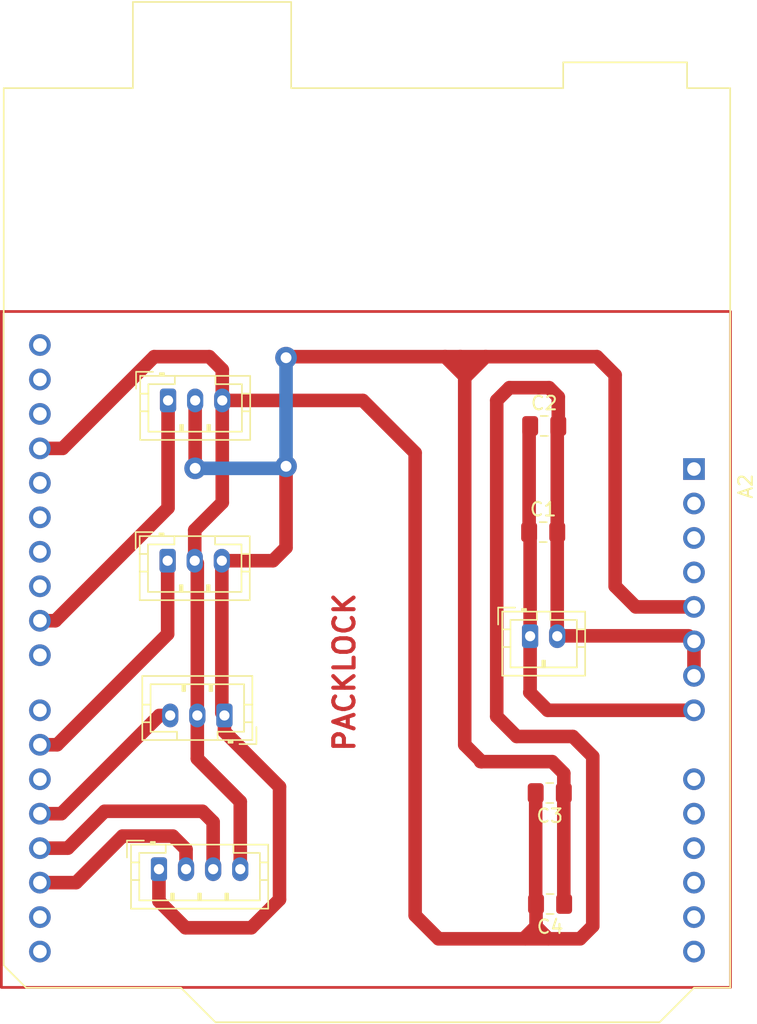
<source format=kicad_pcb>
(kicad_pcb (version 20221018) (generator pcbnew)
  (layers (0 "F.Cu" signal) (31 "B.Cu" signal) (34 "B.Paste" user) (35 "F.Paste" user) (36 "B.SilkS" user "B.Silkscreen") (37 "F.SilkS" user "F.Silkscreen") (38 "B.Mask" user) (39 "F.Mask" user) (44 "Edge.Cuts" user))
  (net 0 "")
  (net 5 "Net-(A2-+5V)")
  (net 6 "Net-(A2-VIN)")
  (net 15 "Net-(A2-D2)")
  (net 16 "Net-(A2-D3)")
  (net 17 "Net-(A2-D4)")
  (net 19 "Net-(A2-D6)")
  (net 22 "Net-(A2-D9)")
  (net 30 "Net-(KonektorHCSR4-Pin_4)")
  (footprint "Module:Arduino_UNO_R3" (layer "F.Cu") (at 185.547 81.915 -90)
    (fp_text reference "A2" (at 1.27 -3.81 90) (layer "F.SilkS"))
    (fp_text value "Arduino_UNO_R3")
    (fp_line (start -34.42 29.72) (end -34.42 41.4) (stroke (width 0.12)) (layer "F.SilkS"))
    (fp_line (start -34.42 41.4) (end -28.07 41.4) (stroke (width 0.12)) (layer "F.SilkS"))
    (fp_line (start -29.97 0.51) (end -29.97 9.65) (stroke (width 0.12)) (layer "F.SilkS"))
    (fp_line (start -29.97 9.65) (end -28.07 9.65) (stroke (width 0.12)) (layer "F.SilkS"))
    (fp_line (start -28.07 -2.67) (end -28.07 0.51) (stroke (width 0.12)) (layer "F.SilkS"))
    (fp_line (start -28.07 0.51) (end -29.97 0.51) (stroke (width 0.12)) (layer "F.SilkS"))
    (fp_line (start -28.07 9.65) (end -28.07 29.72) (stroke (width 0.12)) (layer "F.SilkS"))
    (fp_line (start -28.07 29.72) (end -34.42 29.72) (stroke (width 0.12)) (layer "F.SilkS"))
    (fp_line (start -28.07 41.4) (end -28.07 50.93) (stroke (width 0.12)) (layer "F.SilkS"))
    (fp_line (start -28.07 50.93) (end 36.58 50.93) (stroke (width 0.12)) (layer "F.SilkS"))
    (fp_line (start 36.58 50.93) (end 38.23 49.28) (stroke (width 0.12)) (layer "F.SilkS"))
    (fp_line (start 38.23 -2.67) (end -28.07 -2.67) (stroke (width 0.12)) (layer "F.SilkS"))
    (fp_line (start 38.23 0) (end 38.23 -2.67) (stroke (width 0.12)) (layer "F.SilkS"))
    (fp_line (start 38.23 37.85) (end 40.77 35.31) (stroke (width 0.12)) (layer "F.SilkS"))
    (fp_line (start 38.23 49.28) (end 38.23 37.85) (stroke (width 0.12)) (layer "F.SilkS"))
    (fp_line (start 40.77 2.54) (end 38.23 0) (stroke (width 0.12)) (layer "F.SilkS"))
    (fp_line (start 40.77 35.31) (end 40.77 2.54) (stroke (width 0.12)) (layer "F.SilkS"))
    (pad "1" thru_hole rect (at 0 0) (size 1.6 1.6) (drill 1) (layers "*.Cu" "*.Mask"))
    (pad "2" thru_hole oval (at 2.54 0) (size 1.6 1.6) (drill 1) (layers "*.Cu" "*.Mask"))
    (pad "3" thru_hole oval (at 5.08 0) (size 1.6 1.6) (drill 1) (layers "*.Cu" "*.Mask"))
    (pad "4" thru_hole oval (at 7.62 0) (size 1.6 1.6) (drill 1) (layers "*.Cu" "*.Mask"))
    (pad "5" thru_hole oval (at 10.16 0) (size 1.6 1.6) (drill 1) (layers "*.Cu" "*.Mask") (net 5 "Net-(A2-+5V)"))
    (pad "6" thru_hole oval (at 12.7 0) (size 1.6 1.6) (drill 1) (layers "*.Cu" "*.Mask") (net 30 "Net-(KonektorHCSR4-Pin_4)"))
    (pad "7" thru_hole oval (at 15.24 0) (size 1.6 1.6) (drill 1) (layers "*.Cu" "*.Mask") (net 30 "Net-(KonektorHCSR4-Pin_4)"))
    (pad "8" thru_hole oval (at 17.78 0) (size 1.6 1.6) (drill 1) (layers "*.Cu" "*.Mask") (net 6 "Net-(A2-VIN)"))
    (pad "9" thru_hole oval (at 22.86 0) (size 1.6 1.6) (drill 1) (layers "*.Cu" "*.Mask"))
    (pad "10" thru_hole oval (at 25.4 0) (size 1.6 1.6) (drill 1) (layers "*.Cu" "*.Mask"))
    (pad "11" thru_hole oval (at 27.94 0) (size 1.6 1.6) (drill 1) (layers "*.Cu" "*.Mask"))
    (pad "12" thru_hole oval (at 30.48 0) (size 1.6 1.6) (drill 1) (layers "*.Cu" "*.Mask"))
    (pad "13" thru_hole oval (at 33.02 0) (size 1.6 1.6) (drill 1) (layers "*.Cu" "*.Mask"))
    (pad "14" thru_hole oval (at 35.56 0) (size 1.6 1.6) (drill 1) (layers "*.Cu" "*.Mask"))
    (pad "15" thru_hole oval (at 35.56 48.26) (size 1.6 1.6) (drill 1) (layers "*.Cu" "*.Mask"))
    (pad "16" thru_hole oval (at 33.02 48.26) (size 1.6 1.6) (drill 1) (layers "*.Cu" "*.Mask"))
    (pad "17" thru_hole oval (at 30.48 48.26) (size 1.6 1.6) (drill 1) (layers "*.Cu" "*.Mask") (net 15 "Net-(A2-D2)"))
    (pad "18" thru_hole oval (at 27.94 48.26) (size 1.6 1.6) (drill 1) (layers "*.Cu" "*.Mask") (net 16 "Net-(A2-D3)"))
    (pad "19" thru_hole oval (at 25.4 48.26) (size 1.6 1.6) (drill 1) (layers "*.Cu" "*.Mask") (net 17 "Net-(A2-D4)"))
    (pad "20" thru_hole oval (at 22.86 48.26) (size 1.6 1.6) (drill 1) (layers "*.Cu" "*.Mask"))
    (pad "21" thru_hole oval (at 20.32 48.26) (size 1.6 1.6) (drill 1) (layers "*.Cu" "*.Mask") (net 19 "Net-(A2-D6)"))
    (pad "22" thru_hole oval (at 17.78 48.26) (size 1.6 1.6) (drill 1) (layers "*.Cu" "*.Mask"))
    (pad "23" thru_hole oval (at 13.72 48.26) (size 1.6 1.6) (drill 1) (layers "*.Cu" "*.Mask"))
    (pad "24" thru_hole oval (at 11.18 48.26) (size 1.6 1.6) (drill 1) (layers "*.Cu" "*.Mask") (net 22 "Net-(A2-D9)"))
    (pad "25" thru_hole oval (at 8.64 48.26) (size 1.6 1.6) (drill 1) (layers "*.Cu" "*.Mask"))
    (pad "26" thru_hole oval (at 6.1 48.26) (size 1.6 1.6) (drill 1) (layers "*.Cu" "*.Mask"))
    (pad "27" thru_hole oval (at 3.56 48.26) (size 1.6 1.6) (drill 1) (layers "*.Cu" "*.Mask"))
    (pad "28" thru_hole oval (at 1.02 48.26) (size 1.6 1.6) (drill 1) (layers "*.Cu" "*.Mask"))
    (pad "29" thru_hole oval (at -1.52 48.26) (size 1.6 1.6) (drill 1) (layers "*.Cu" "*.Mask") (net 30 "Net-(KonektorHCSR4-Pin_4)"))
    (pad "30" thru_hole oval (at -4.06 48.26) (size 1.6 1.6) (drill 1) (layers "*.Cu" "*.Mask"))
    (pad "31" thru_hole oval (at -6.6 48.26) (size 1.6 1.6) (drill 1) (layers "*.Cu" "*.Mask"))
    (pad "32" thru_hole oval (at -9.14 48.26) (size 1.6 1.6) (drill 1) (layers "*.Cu" "*.Mask"))
  )
  (footprint "Connector_JST:JST_PH_B3B-PH-K_1x03_P2.00mm_Vertical" (layer "F.Cu") (at 146.7424 76.8604)
    (fp_text reference "KonektorServo1" hide)
    (fp_text value "Conn_01x03" hide)
    (fp_line (start -2.36 -2.11) (end -2.36 -0.86) (stroke (width 0.12)) (layer "F.SilkS"))
    (fp_line (start -2.06 -1.81) (end -2.06 2.91) (stroke (width 0.12)) (layer "F.SilkS"))
    (fp_line (start -2.06 -0.5) (end -1.45 -0.5) (stroke (width 0.12)) (layer "F.SilkS"))
    (fp_line (start -2.06 0.8) (end -1.45 0.8) (stroke (width 0.12)) (layer "F.SilkS"))
    (fp_line (start -2.06 2.91) (end 6.06 2.91) (stroke (width 0.12)) (layer "F.SilkS"))
    (fp_line (start -1.45 -1.2) (end -1.45 2.3) (stroke (width 0.12)) (layer "F.SilkS"))
    (fp_line (start -1.45 2.3) (end 5.45 2.3) (stroke (width 0.12)) (layer "F.SilkS"))
    (fp_line (start -1.11 -2.11) (end -2.36 -2.11) (stroke (width 0.12)) (layer "F.SilkS"))
    (fp_line (start -0.6 -2.01) (end -0.6 -1.81) (stroke (width 0.12)) (layer "F.SilkS"))
    (fp_line (start -0.3 -2.01) (end -0.6 -2.01) (stroke (width 0.12)) (layer "F.SilkS"))
    (fp_line (start -0.3 -1.91) (end -0.6 -1.91) (stroke (width 0.12)) (layer "F.SilkS"))
    (fp_line (start -0.3 -1.81) (end -0.3 -2.01) (stroke (width 0.12)) (layer "F.SilkS"))
    (fp_line (start 0.5 -1.81) (end 0.5 -1.2) (stroke (width 0.12)) (layer "F.SilkS"))
    (fp_line (start 0.5 -1.2) (end -1.45 -1.2) (stroke (width 0.12)) (layer "F.SilkS"))
    (fp_line (start 0.9 1.8) (end 1.1 1.8) (stroke (width 0.12)) (layer "F.SilkS"))
    (fp_line (start 0.9 2.3) (end 0.9 1.8) (stroke (width 0.12)) (layer "F.SilkS"))
    (fp_line (start 1 2.3) (end 1 1.8) (stroke (width 0.12)) (layer "F.SilkS"))
    (fp_line (start 1.1 1.8) (end 1.1 2.3) (stroke (width 0.12)) (layer "F.SilkS"))
    (fp_line (start 2.9 1.8) (end 3.1 1.8) (stroke (width 0.12)) (layer "F.SilkS"))
    (fp_line (start 2.9 2.3) (end 2.9 1.8) (stroke (width 0.12)) (layer "F.SilkS"))
    (fp_line (start 3 2.3) (end 3 1.8) (stroke (width 0.12)) (layer "F.SilkS"))
    (fp_line (start 3.1 1.8) (end 3.1 2.3) (stroke (width 0.12)) (layer "F.SilkS"))
    (fp_line (start 3.5 -1.2) (end 3.5 -1.81) (stroke (width 0.12)) (layer "F.SilkS"))
    (fp_line (start 5.45 -1.2) (end 3.5 -1.2) (stroke (width 0.12)) (layer "F.SilkS"))
    (fp_line (start 5.45 2.3) (end 5.45 -1.2) (stroke (width 0.12)) (layer "F.SilkS"))
    (fp_line (start 6.06 -1.81) (end -2.06 -1.81) (stroke (width 0.12)) (layer "F.SilkS"))
    (fp_line (start 6.06 -0.5) (end 5.45 -0.5) (stroke (width 0.12)) (layer "F.SilkS"))
    (fp_line (start 6.06 0.8) (end 5.45 0.8) (stroke (width 0.12)) (layer "F.SilkS"))
    (fp_line (start 6.06 2.91) (end 6.06 -1.81) (stroke (width 0.12)) (layer "F.SilkS"))
    (pad "1" thru_hole roundrect (at 0 0) (size 1.2 1.75) (drill 0.75) (layers "*.Cu" "*.Mask") (roundrect_rratio 0.208333) (net 22 "Net-(A2-D9)"))
    (pad "2" thru_hole oval (at 2 0) (size 1.2 1.75) (drill 0.75) (layers "*.Cu" "*.Mask") (net 5 "Net-(A2-+5V)"))
    (pad "3" thru_hole oval (at 4 0) (size 1.2 1.75) (drill 0.75) (layers "*.Cu" "*.Mask") (net 30 "Net-(KonektorHCSR4-Pin_4)"))
  )
  (footprint "Capacitor_SMD:C_0805_2012Metric_Pad1.18x1.45mm_HandSolder" (layer "F.Cu") (at 174.4218 86.5632)
    (fp_text reference "C1" (at 0 -1.68) (layer "F.SilkS"))
    (fp_text value "100 uF")
    (fp_line (start -0.261252 -0.735) (end 0.261252 -0.735) (stroke (width 0.12)) (layer "F.SilkS"))
    (fp_line (start -0.261252 0.735) (end 0.261252 0.735) (stroke (width 0.12)) (layer "F.SilkS"))
    (pad "1" smd roundrect (at -1.0375 0) (size 1.175 1.45) (layers "F.Cu" "F.Paste" "F.Mask") (roundrect_rratio 0.212766) (net 6 "Net-(A2-VIN)"))
    (pad "2" smd roundrect (at 1.0375 0) (size 1.175 1.45) (layers "F.Cu" "F.Paste" "F.Mask") (roundrect_rratio 0.212766) (net 30 "Net-(KonektorHCSR4-Pin_4)"))
  )
  (footprint "Connector_JST:JST_PH_B4B-PH-K_1x04_P2.00mm_Vertical" (layer "F.Cu") (at 146.0698 111.4044)
    (fp_text reference "KonektorHCSR4" hide)
    (fp_text value "Conn_01x04" hide)
    (fp_line (start -2.36 -2.11) (end -2.36 -0.86) (stroke (width 0.12)) (layer "F.SilkS"))
    (fp_line (start -2.06 -1.81) (end -2.06 2.91) (stroke (width 0.12)) (layer "F.SilkS"))
    (fp_line (start -2.06 -0.5) (end -1.45 -0.5) (stroke (width 0.12)) (layer "F.SilkS"))
    (fp_line (start -2.06 0.8) (end -1.45 0.8) (stroke (width 0.12)) (layer "F.SilkS"))
    (fp_line (start -2.06 2.91) (end 8.06 2.91) (stroke (width 0.12)) (layer "F.SilkS"))
    (fp_line (start -1.45 -1.2) (end -1.45 2.3) (stroke (width 0.12)) (layer "F.SilkS"))
    (fp_line (start -1.45 2.3) (end 7.45 2.3) (stroke (width 0.12)) (layer "F.SilkS"))
    (fp_line (start -1.11 -2.11) (end -2.36 -2.11) (stroke (width 0.12)) (layer "F.SilkS"))
    (fp_line (start -0.6 -2.01) (end -0.6 -1.81) (stroke (width 0.12)) (layer "F.SilkS"))
    (fp_line (start -0.3 -2.01) (end -0.6 -2.01) (stroke (width 0.12)) (layer "F.SilkS"))
    (fp_line (start -0.3 -1.91) (end -0.6 -1.91) (stroke (width 0.12)) (layer "F.SilkS"))
    (fp_line (start -0.3 -1.81) (end -0.3 -2.01) (stroke (width 0.12)) (layer "F.SilkS"))
    (fp_line (start 0.5 -1.81) (end 0.5 -1.2) (stroke (width 0.12)) (layer "F.SilkS"))
    (fp_line (start 0.5 -1.2) (end -1.45 -1.2) (stroke (width 0.12)) (layer "F.SilkS"))
    (fp_line (start 0.9 1.8) (end 1.1 1.8) (stroke (width 0.12)) (layer "F.SilkS"))
    (fp_line (start 0.9 2.3) (end 0.9 1.8) (stroke (width 0.12)) (layer "F.SilkS"))
    (fp_line (start 1 2.3) (end 1 1.8) (stroke (width 0.12)) (layer "F.SilkS"))
    (fp_line (start 1.1 1.8) (end 1.1 2.3) (stroke (width 0.12)) (layer "F.SilkS"))
    (fp_line (start 2.9 1.8) (end 3.1 1.8) (stroke (width 0.12)) (layer "F.SilkS"))
    (fp_line (start 2.9 2.3) (end 2.9 1.8) (stroke (width 0.12)) (layer "F.SilkS"))
    (fp_line (start 3 2.3) (end 3 1.8) (stroke (width 0.12)) (layer "F.SilkS"))
    (fp_line (start 3.1 1.8) (end 3.1 2.3) (stroke (width 0.12)) (layer "F.SilkS"))
    (fp_line (start 4.9 1.8) (end 5.1 1.8) (stroke (width 0.12)) (layer "F.SilkS"))
    (fp_line (start 4.9 2.3) (end 4.9 1.8) (stroke (width 0.12)) (layer "F.SilkS"))
    (fp_line (start 5 2.3) (end 5 1.8) (stroke (width 0.12)) (layer "F.SilkS"))
    (fp_line (start 5.1 1.8) (end 5.1 2.3) (stroke (width 0.12)) (layer "F.SilkS"))
    (fp_line (start 5.5 -1.2) (end 5.5 -1.81) (stroke (width 0.12)) (layer "F.SilkS"))
    (fp_line (start 7.45 -1.2) (end 5.5 -1.2) (stroke (width 0.12)) (layer "F.SilkS"))
    (fp_line (start 7.45 2.3) (end 7.45 -1.2) (stroke (width 0.12)) (layer "F.SilkS"))
    (fp_line (start 8.06 -1.81) (end -2.06 -1.81) (stroke (width 0.12)) (layer "F.SilkS"))
    (fp_line (start 8.06 -0.5) (end 7.45 -0.5) (stroke (width 0.12)) (layer "F.SilkS"))
    (fp_line (start 8.06 0.8) (end 7.45 0.8) (stroke (width 0.12)) (layer "F.SilkS"))
    (fp_line (start 8.06 2.91) (end 8.06 -1.81) (stroke (width 0.12)) (layer "F.SilkS"))
    (pad "1" thru_hole roundrect (at 0 0) (size 1.2 1.75) (drill 0.75) (layers "*.Cu" "*.Mask") (roundrect_rratio 0.208333) (net 5 "Net-(A2-+5V)"))
    (pad "2" thru_hole oval (at 2 0) (size 1.2 1.75) (drill 0.75) (layers "*.Cu" "*.Mask") (net 15 "Net-(A2-D2)"))
    (pad "3" thru_hole oval (at 4 0) (size 1.2 1.75) (drill 0.75) (layers "*.Cu" "*.Mask") (net 16 "Net-(A2-D3)"))
    (pad "4" thru_hole oval (at 6 0) (size 1.2 1.75) (drill 0.75) (layers "*.Cu" "*.Mask") (net 30 "Net-(KonektorHCSR4-Pin_4)"))
  )
  (footprint "Connector_JST:JST_PH_B3B-PH-K_1x03_P2.00mm_Vertical" (layer "F.Cu") (at 150.9014 100.076 180)
    (fp_text reference "KonektorReedSwitch1" hide)
    (fp_text value "Conn_01x03" hide)
    (fp_line (start -2.36 -2.11) (end -2.36 -0.86) (stroke (width 0.12)) (layer "F.SilkS"))
    (fp_line (start -2.06 -1.81) (end -2.06 2.91) (stroke (width 0.12)) (layer "F.SilkS"))
    (fp_line (start -2.06 -0.5) (end -1.45 -0.5) (stroke (width 0.12)) (layer "F.SilkS"))
    (fp_line (start -2.06 0.8) (end -1.45 0.8) (stroke (width 0.12)) (layer "F.SilkS"))
    (fp_line (start -2.06 2.91) (end 6.06 2.91) (stroke (width 0.12)) (layer "F.SilkS"))
    (fp_line (start -1.45 -1.2) (end -1.45 2.3) (stroke (width 0.12)) (layer "F.SilkS"))
    (fp_line (start -1.45 2.3) (end 5.45 2.3) (stroke (width 0.12)) (layer "F.SilkS"))
    (fp_line (start -1.11 -2.11) (end -2.36 -2.11) (stroke (width 0.12)) (layer "F.SilkS"))
    (fp_line (start -0.6 -2.01) (end -0.6 -1.81) (stroke (width 0.12)) (layer "F.SilkS"))
    (fp_line (start -0.3 -2.01) (end -0.6 -2.01) (stroke (width 0.12)) (layer "F.SilkS"))
    (fp_line (start -0.3 -1.91) (end -0.6 -1.91) (stroke (width 0.12)) (layer "F.SilkS"))
    (fp_line (start -0.3 -1.81) (end -0.3 -2.01) (stroke (width 0.12)) (layer "F.SilkS"))
    (fp_line (start 0.5 -1.81) (end 0.5 -1.2) (stroke (width 0.12)) (layer "F.SilkS"))
    (fp_line (start 0.5 -1.2) (end -1.45 -1.2) (stroke (width 0.12)) (layer "F.SilkS"))
    (fp_line (start 0.9 1.8) (end 1.1 1.8) (stroke (width 0.12)) (layer "F.SilkS"))
    (fp_line (start 0.9 2.3) (end 0.9 1.8) (stroke (width 0.12)) (layer "F.SilkS"))
    (fp_line (start 1 2.3) (end 1 1.8) (stroke (width 0.12)) (layer "F.SilkS"))
    (fp_line (start 1.1 1.8) (end 1.1 2.3) (stroke (width 0.12)) (layer "F.SilkS"))
    (fp_line (start 2.9 1.8) (end 3.1 1.8) (stroke (width 0.12)) (layer "F.SilkS"))
    (fp_line (start 2.9 2.3) (end 2.9 1.8) (stroke (width 0.12)) (layer "F.SilkS"))
    (fp_line (start 3 2.3) (end 3 1.8) (stroke (width 0.12)) (layer "F.SilkS"))
    (fp_line (start 3.1 1.8) (end 3.1 2.3) (stroke (width 0.12)) (layer "F.SilkS"))
    (fp_line (start 3.5 -1.2) (end 3.5 -1.81) (stroke (width 0.12)) (layer "F.SilkS"))
    (fp_line (start 5.45 -1.2) (end 3.5 -1.2) (stroke (width 0.12)) (layer "F.SilkS"))
    (fp_line (start 5.45 2.3) (end 5.45 -1.2) (stroke (width 0.12)) (layer "F.SilkS"))
    (fp_line (start 6.06 -1.81) (end -2.06 -1.81) (stroke (width 0.12)) (layer "F.SilkS"))
    (fp_line (start 6.06 -0.5) (end 5.45 -0.5) (stroke (width 0.12)) (layer "F.SilkS"))
    (fp_line (start 6.06 0.8) (end 5.45 0.8) (stroke (width 0.12)) (layer "F.SilkS"))
    (fp_line (start 6.06 2.91) (end 6.06 -1.81) (stroke (width 0.12)) (layer "F.SilkS"))
    (pad "1" thru_hole roundrect (at 0 0 180) (size 1.2 1.75) (drill 0.75) (layers "*.Cu" "*.Mask") (roundrect_rratio 0.208333) (net 5 "Net-(A2-+5V)"))
    (pad "2" thru_hole oval (at 2 0 180) (size 1.2 1.75) (drill 0.75) (layers "*.Cu" "*.Mask") (net 30 "Net-(KonektorHCSR4-Pin_4)"))
    (pad "3" thru_hole oval (at 4 0 180) (size 1.2 1.75) (drill 0.75) (layers "*.Cu" "*.Mask") (net 17 "Net-(A2-D4)"))
  )
  (footprint "Connector_JST:JST_PH_B3B-PH-K_1x03_P2.00mm_Vertical" (layer "F.Cu") (at 146.7104 88.6714)
    (fp_text reference "KonektorIRSensor1" hide)
    (fp_text value "Conn_01x03" hide)
    (fp_line (start -2.36 -2.11) (end -2.36 -0.86) (stroke (width 0.12)) (layer "F.SilkS"))
    (fp_line (start -2.06 -1.81) (end -2.06 2.91) (stroke (width 0.12)) (layer "F.SilkS"))
    (fp_line (start -2.06 -0.5) (end -1.45 -0.5) (stroke (width 0.12)) (layer "F.SilkS"))
    (fp_line (start -2.06 0.8) (end -1.45 0.8) (stroke (width 0.12)) (layer "F.SilkS"))
    (fp_line (start -2.06 2.91) (end 6.06 2.91) (stroke (width 0.12)) (layer "F.SilkS"))
    (fp_line (start -1.45 -1.2) (end -1.45 2.3) (stroke (width 0.12)) (layer "F.SilkS"))
    (fp_line (start -1.45 2.3) (end 5.45 2.3) (stroke (width 0.12)) (layer "F.SilkS"))
    (fp_line (start -1.11 -2.11) (end -2.36 -2.11) (stroke (width 0.12)) (layer "F.SilkS"))
    (fp_line (start -0.6 -2.01) (end -0.6 -1.81) (stroke (width 0.12)) (layer "F.SilkS"))
    (fp_line (start -0.3 -2.01) (end -0.6 -2.01) (stroke (width 0.12)) (layer "F.SilkS"))
    (fp_line (start -0.3 -1.91) (end -0.6 -1.91) (stroke (width 0.12)) (layer "F.SilkS"))
    (fp_line (start -0.3 -1.81) (end -0.3 -2.01) (stroke (width 0.12)) (layer "F.SilkS"))
    (fp_line (start 0.5 -1.81) (end 0.5 -1.2) (stroke (width 0.12)) (layer "F.SilkS"))
    (fp_line (start 0.5 -1.2) (end -1.45 -1.2) (stroke (width 0.12)) (layer "F.SilkS"))
    (fp_line (start 0.9 1.8) (end 1.1 1.8) (stroke (width 0.12)) (layer "F.SilkS"))
    (fp_line (start 0.9 2.3) (end 0.9 1.8) (stroke (width 0.12)) (layer "F.SilkS"))
    (fp_line (start 1 2.3) (end 1 1.8) (stroke (width 0.12)) (layer "F.SilkS"))
    (fp_line (start 1.1 1.8) (end 1.1 2.3) (stroke (width 0.12)) (layer "F.SilkS"))
    (fp_line (start 2.9 1.8) (end 3.1 1.8) (stroke (width 0.12)) (layer "F.SilkS"))
    (fp_line (start 2.9 2.3) (end 2.9 1.8) (stroke (width 0.12)) (layer "F.SilkS"))
    (fp_line (start 3 2.3) (end 3 1.8) (stroke (width 0.12)) (layer "F.SilkS"))
    (fp_line (start 3.1 1.8) (end 3.1 2.3) (stroke (width 0.12)) (layer "F.SilkS"))
    (fp_line (start 3.5 -1.2) (end 3.5 -1.81) (stroke (width 0.12)) (layer "F.SilkS"))
    (fp_line (start 5.45 -1.2) (end 3.5 -1.2) (stroke (width 0.12)) (layer "F.SilkS"))
    (fp_line (start 5.45 2.3) (end 5.45 -1.2) (stroke (width 0.12)) (layer "F.SilkS"))
    (fp_line (start 6.06 -1.81) (end -2.06 -1.81) (stroke (width 0.12)) (layer "F.SilkS"))
    (fp_line (start 6.06 -0.5) (end 5.45 -0.5) (stroke (width 0.12)) (layer "F.SilkS"))
    (fp_line (start 6.06 0.8) (end 5.45 0.8) (stroke (width 0.12)) (layer "F.SilkS"))
    (fp_line (start 6.06 2.91) (end 6.06 -1.81) (stroke (width 0.12)) (layer "F.SilkS"))
    (pad "1" thru_hole roundrect (at 0 0) (size 1.2 1.75) (drill 0.75) (layers "*.Cu" "*.Mask") (roundrect_rratio 0.208333) (net 19 "Net-(A2-D6)"))
    (pad "2" thru_hole oval (at 2 0) (size 1.2 1.75) (drill 0.75) (layers "*.Cu" "*.Mask") (net 30 "Net-(KonektorHCSR4-Pin_4)"))
    (pad "3" thru_hole oval (at 4 0) (size 1.2 1.75) (drill 0.75) (layers "*.Cu" "*.Mask") (net 5 "Net-(A2-+5V)"))
  )
  (footprint "Capacitor_SMD:C_0805_2012Metric_Pad1.18x1.45mm_HandSolder" (layer "F.Cu") (at 174.498 78.74)
    (fp_text reference "C2" (at 0 -1.68) (layer "F.SilkS"))
    (fp_text value "0.1 uF")
    (fp_line (start -0.261252 -0.735) (end 0.261252 -0.735) (stroke (width 0.12)) (layer "F.SilkS"))
    (fp_line (start -0.261252 0.735) (end 0.261252 0.735) (stroke (width 0.12)) (layer "F.SilkS"))
    (pad "1" smd roundrect (at -1.0375 0) (size 1.175 1.45) (layers "F.Cu" "F.Paste" "F.Mask") (roundrect_rratio 0.212766) (net 6 "Net-(A2-VIN)"))
    (pad "2" smd roundrect (at 1.0375 0) (size 1.175 1.45) (layers "F.Cu" "F.Paste" "F.Mask") (roundrect_rratio 0.212766) (net 30 "Net-(KonektorHCSR4-Pin_4)"))
  )
  (footprint "Capacitor_SMD:C_0805_2012Metric_Pad1.18x1.45mm_HandSolder" (layer "F.Cu") (at 174.9044 105.791 180)
    (fp_text reference "C3" (at 0 -1.68) (layer "F.SilkS"))
    (fp_text value "100 uF")
    (fp_line (start -0.261252 -0.735) (end 0.261252 -0.735) (stroke (width 0.12)) (layer "F.SilkS"))
    (fp_line (start -0.261252 0.735) (end 0.261252 0.735) (stroke (width 0.12)) (layer "F.SilkS"))
    (pad "1" smd roundrect (at -1.0375 0 180) (size 1.175 1.45) (layers "F.Cu" "F.Paste" "F.Mask") (roundrect_rratio 0.212766) (net 5 "Net-(A2-+5V)"))
    (pad "2" smd roundrect (at 1.0375 0 180) (size 1.175 1.45) (layers "F.Cu" "F.Paste" "F.Mask") (roundrect_rratio 0.212766) (net 30 "Net-(KonektorHCSR4-Pin_4)"))
  )
  (footprint "Capacitor_SMD:C_0805_2012Metric_Pad1.18x1.45mm_HandSolder" (layer "F.Cu") (at 174.9298 113.9698 180)
    (fp_text reference "C4" (at 0 -1.68) (layer "F.SilkS"))
    (fp_text value "0.1 uF")
    (fp_line (start -0.261252 -0.735) (end 0.261252 -0.735) (stroke (width 0.12)) (layer "F.SilkS"))
    (fp_line (start -0.261252 0.735) (end 0.261252 0.735) (stroke (width 0.12)) (layer "F.SilkS"))
    (pad "1" smd roundrect (at -1.0375 0 180) (size 1.175 1.45) (layers "F.Cu" "F.Paste" "F.Mask") (roundrect_rratio 0.212766) (net 5 "Net-(A2-+5V)"))
    (pad "2" smd roundrect (at 1.0375 0 180) (size 1.175 1.45) (layers "F.Cu" "F.Paste" "F.Mask") (roundrect_rratio 0.212766) (net 30 "Net-(KonektorHCSR4-Pin_4)"))
  )
  (footprint "Connector_JST:JST_PH_B2B-PH-K_1x02_P2.00mm_Vertical" (layer "F.Cu") (at 173.4566 94.234)
    (fp_text reference "KonektorSupply1" hide)
    (fp_text value "Conn_01x02" hide)
    (fp_line (start -2.36 -2.11) (end -2.36 -0.86) (stroke (width 0.12)) (layer "F.SilkS"))
    (fp_line (start -2.06 -1.81) (end -2.06 2.91) (stroke (width 0.12)) (layer "F.SilkS"))
    (fp_line (start -2.06 -0.5) (end -1.45 -0.5) (stroke (width 0.12)) (layer "F.SilkS"))
    (fp_line (start -2.06 0.8) (end -1.45 0.8) (stroke (width 0.12)) (layer "F.SilkS"))
    (fp_line (start -2.06 2.91) (end 4.06 2.91) (stroke (width 0.12)) (layer "F.SilkS"))
    (fp_line (start -1.45 -1.2) (end -1.45 2.3) (stroke (width 0.12)) (layer "F.SilkS"))
    (fp_line (start -1.45 2.3) (end 3.45 2.3) (stroke (width 0.12)) (layer "F.SilkS"))
    (fp_line (start -1.11 -2.11) (end -2.36 -2.11) (stroke (width 0.12)) (layer "F.SilkS"))
    (fp_line (start -0.6 -2.01) (end -0.6 -1.81) (stroke (width 0.12)) (layer "F.SilkS"))
    (fp_line (start -0.3 -2.01) (end -0.6 -2.01) (stroke (width 0.12)) (layer "F.SilkS"))
    (fp_line (start -0.3 -1.91) (end -0.6 -1.91) (stroke (width 0.12)) (layer "F.SilkS"))
    (fp_line (start -0.3 -1.81) (end -0.3 -2.01) (stroke (width 0.12)) (layer "F.SilkS"))
    (fp_line (start 0.5 -1.81) (end 0.5 -1.2) (stroke (width 0.12)) (layer "F.SilkS"))
    (fp_line (start 0.5 -1.2) (end -1.45 -1.2) (stroke (width 0.12)) (layer "F.SilkS"))
    (fp_line (start 0.9 1.8) (end 1.1 1.8) (stroke (width 0.12)) (layer "F.SilkS"))
    (fp_line (start 0.9 2.3) (end 0.9 1.8) (stroke (width 0.12)) (layer "F.SilkS"))
    (fp_line (start 1 2.3) (end 1 1.8) (stroke (width 0.12)) (layer "F.SilkS"))
    (fp_line (start 1.1 1.8) (end 1.1 2.3) (stroke (width 0.12)) (layer "F.SilkS"))
    (fp_line (start 1.5 -1.2) (end 1.5 -1.81) (stroke (width 0.12)) (layer "F.SilkS"))
    (fp_line (start 3.45 -1.2) (end 1.5 -1.2) (stroke (width 0.12)) (layer "F.SilkS"))
    (fp_line (start 3.45 2.3) (end 3.45 -1.2) (stroke (width 0.12)) (layer "F.SilkS"))
    (fp_line (start 4.06 -1.81) (end -2.06 -1.81) (stroke (width 0.12)) (layer "F.SilkS"))
    (fp_line (start 4.06 -0.5) (end 3.45 -0.5) (stroke (width 0.12)) (layer "F.SilkS"))
    (fp_line (start 4.06 0.8) (end 3.45 0.8) (stroke (width 0.12)) (layer "F.SilkS"))
    (fp_line (start 4.06 2.91) (end 4.06 -1.81) (stroke (width 0.12)) (layer "F.SilkS"))
    (pad "1" thru_hole roundrect (at 0 0) (size 1.2 1.75) (drill 0.75) (layers "*.Cu" "*.Mask") (roundrect_rratio 0.208333) (net 6 "Net-(A2-VIN)"))
    (pad "2" thru_hole oval (at 2 0) (size 1.2 1.75) (drill 0.75) (layers "*.Cu" "*.Mask") (net 30 "Net-(KonektorHCSR4-Pin_4)"))
  )
  (gr_rect (start 134.4422 70.3072) (end 188.2394 120.1166) (stroke (width 0.2)) (fill none) (layer "F.Cu"))
  (gr_text "PACKLOCK" (at 160.6296 102.87 90) (layer "F.Cu") (effects (font (size 1.5 1.5) (thickness 0.3) bold) (justify left bottom)))
  (segment (start 175.9419 104.3393) (end 175.9419 105.791) (width 1) (layer "F.Cu") (net 5))
  (segment (start 148.7424 76.8604) (end 148.7424 81.8642) (width 1) (layer "F.Cu") (net 5))
  (segment (start 155.448 87.7062) (end 154.4828 88.6714) (width 1) (layer "F.Cu") (net 5))
  (segment (start 169.8752 103.4796) (end 169.799 103.4796) (width 1) (layer "F.Cu") (net 5))
  (segment (start 185.547 92.075) (end 181.2544 92.075) (width 1) (layer "F.Cu") (net 5))
  (segment (start 170.18 73.6346) (end 168.3004 73.6346) (width 1) (layer "F.Cu") (net 5))
  (segment (start 175.9419 113.9444) (end 175.9673 113.9698) (width 1) (layer "F.Cu") (net 5))
  (segment (start 148.0312 115.7224) (end 152.8826 115.7224) (width 1) (layer "F.Cu") (net 5))
  (segment (start 168.6306 75.184) (end 168.6306 73.9648) (width 1) (layer "F.Cu") (net 5))
  (segment (start 167.1828 73.6346) (end 155.5242 73.6346) (width 1) (layer "F.Cu") (net 5))
  (segment (start 168.3004 73.6346) (end 167.1828 73.6346) (width 1) (layer "F.Cu") (net 5))
  (segment (start 155.5242 73.6346) (end 155.448 73.7108) (width 1) (layer "F.Cu") (net 5))
  (segment (start 154.4828 88.6714) (end 150.7104 88.6714) (width 1) (layer "F.Cu") (net 5))
  (segment (start 181.2544 92.075) (end 179.7304 90.551) (width 1) (layer "F.Cu") (net 5))
  (segment (start 168.6306 73.9648) (end 168.3004 73.6346) (width 1) (layer "F.Cu") (net 5))
  (segment (start 146.0698 111.4044) (end 146.0698 113.761) (width 1) (layer "F.Cu") (net 5))
  (segment (start 170.18 73.6346) (end 168.6306 75.184) (width 1) (layer "F.Cu") (net 5))
  (segment (start 179.7304 90.551) (end 179.7304 74.9808) (width 1) (layer "F.Cu") (net 5))
  (segment (start 150.9014 100.076) (end 150.7104 99.885) (width 1) (layer "F.Cu") (net 5))
  (segment (start 154.9654 113.6396) (end 154.9654 105.3338) (width 1) (layer "F.Cu") (net 5))
  (segment (start 155.448 81.7118) (end 155.448 87.7062) (width 1) (layer "F.Cu") (net 5))
  (segment (start 154.9654 105.3338) (end 150.9014 101.2698) (width 1) (layer "F.Cu") (net 5))
  (segment (start 152.8826 115.7224) (end 154.9654 113.6396) (width 1) (layer "F.Cu") (net 5))
  (segment (start 178.3842 73.6346) (end 170.18 73.6346) (width 1) (layer "F.Cu") (net 5))
  (segment (start 168.6306 75.0824) (end 167.1828 73.6346) (width 1) (layer "F.Cu") (net 5))
  (segment (start 169.8752 103.4796) (end 175.0822 103.4796) (width 1) (layer "F.Cu") (net 5))
  (segment (start 168.6306 102.235) (end 169.8752 103.4796) (width 1) (layer "F.Cu") (net 5))
  (segment (start 179.7304 74.9808) (end 178.3842 73.6346) (width 1) (layer "F.Cu") (net 5))
  (segment (start 168.6306 75.184) (end 168.6306 102.235) (width 1) (layer "F.Cu") (net 5))
  (segment (start 150.7104 99.885) (end 150.7104 88.6714) (width 1) (layer "F.Cu") (net 5))
  (segment (start 175.0822 103.4796) (end 175.9419 104.3393) (width 1) (layer "F.Cu") (net 5))
  (segment (start 146.0698 113.761) (end 148.0312 115.7224) (width 1) (layer "F.Cu") (net 5))
  (segment (start 175.9419 105.791) (end 175.9419 113.9444) (width 1) (layer "F.Cu") (net 5))
  (segment (start 168.6306 75.184) (end 168.6306 75.0824) (width 1) (layer "F.Cu") (net 5))
  (segment (start 150.9014 101.2698) (end 150.9014 100.076) (width 1) (layer "F.Cu") (net 5))
  (via (at 148.7424 81.8642) (size 1.6) (drill 0.8) (layers "F.Cu" "B.Cu") (net 5))
  (via (at 155.448 73.7108) (size 1.6) (drill 0.8) (layers "F.Cu" "B.Cu") (net 5))
  (via (at 155.448 81.7118) (size 1.6) (drill 0.8) (layers "F.Cu" "B.Cu") (net 5))
  (segment (start 155.448 81.7118) (end 155.448 73.7108) (width 1) (layer "B.Cu") (net 5))
  (segment (start 155.2956 81.8642) (end 148.7424 81.8642) (width 1) (layer "B.Cu") (net 5))
  (segment (start 155.448 81.7118) (end 155.2956 81.8642) (width 1) (layer "B.Cu") (net 5))
  (segment (start 174.752 99.695) (end 173.4312 98.3742) (width 1) (layer "F.Cu") (net 6))
  (segment (start 173.4312 98.3742) (end 173.4566 98.3488) (width 1) (layer "F.Cu") (net 6))
  (segment (start 173.4566 98.3488) (end 173.4566 94.234) (width 1) (layer "F.Cu") (net 6))
  (segment (start 173.3843 86.5632) (end 173.3843 78.8162) (width 1) (layer "F.Cu") (net 6))
  (segment (start 185.547 99.695) (end 174.752 99.695) (width 1) (layer "F.Cu") (net 6))
  (segment (start 173.4566 94.234) (end 173.4566 86.6355) (width 1) (layer "F.Cu") (net 6))
  (segment (start 173.4566 86.6355) (end 173.3843 86.5632) (width 1) (layer "F.Cu") (net 6))
  (segment (start 173.3843 78.8162) (end 173.4605 78.74) (width 1) (layer "F.Cu") (net 6))
  (segment (start 147.0914 108.966) (end 143.383 108.966) (width 1) (layer "F.Cu") (net 15))
  (segment (start 143.383 108.966) (end 139.954 112.395) (width 1) (layer "F.Cu") (net 15))
  (segment (start 148.0698 109.9444) (end 147.0914 108.966) (width 1) (layer "F.Cu") (net 15))
  (segment (start 139.954 112.395) (end 137.287 112.395) (width 1) (layer "F.Cu") (net 15))
  (segment (start 148.0698 111.4044) (end 148.0698 109.9444) (width 1) (layer "F.Cu") (net 15))
  (segment (start 150.0698 111.4044) (end 150.0698 107.9312) (width 1) (layer "F.Cu") (net 16))
  (segment (start 149.2758 107.1372) (end 142.0622 107.1372) (width 1) (layer "F.Cu") (net 16))
  (segment (start 139.3444 109.855) (end 137.287 109.855) (width 1) (layer "F.Cu") (net 16))
  (segment (start 142.0622 107.1372) (end 139.3444 109.855) (width 1) (layer "F.Cu") (net 16))
  (segment (start 150.0698 107.9312) (end 149.2758 107.1372) (width 1) (layer "F.Cu") (net 16))
  (segment (start 146.1008 100.076) (end 138.8618 107.315) (width 1) (layer "F.Cu") (net 17))
  (segment (start 138.8618 107.315) (end 137.287 107.315) (width 1) (layer "F.Cu") (net 17))
  (segment (start 146.9014 100.076) (end 146.1008 100.076) (width 1) (layer "F.Cu") (net 17))
  (segment (start 146.7104 88.6714) (end 146.7104 94.0816) (width 1) (layer "F.Cu") (net 19))
  (segment (start 138.557 102.235) (end 137.287 102.235) (width 1) (layer "F.Cu") (net 19))
  (segment (start 146.7104 94.0816) (end 138.557 102.235) (width 1) (layer "F.Cu") (net 19))
  (segment (start 146.7424 84.7786) (end 138.426 93.095) (width 1) (layer "F.Cu") (net 22))
  (segment (start 138.426 93.095) (end 137.287 93.095) (width 1) (layer "F.Cu") (net 22))
  (segment (start 146.7424 76.8604) (end 146.7424 84.7786) (width 1) (layer "F.Cu") (net 22))
  (segment (start 185.547 94.615) (end 185.1406 94.2086) (width 1) (layer "F.Cu") (net 30))
  (segment (start 175.4566 94.234) (end 175.4566 86.5659) (width 1) (layer "F.Cu") (net 30))
  (segment (start 166.7002 116.5352) (end 173.101 116.5352) (width 1) (layer "F.Cu") (net 30))
  (segment (start 150.7424 76.8604) (end 150.7424 74.5932) (width 1) (layer "F.Cu") (net 30))
  (segment (start 173.101 116.416) (end 173.8923 115.6247) (width 1) (layer "F.Cu") (net 30))
  (segment (start 185.547 97.155) (end 185.547 94.615) (width 1) (layer "F.Cu") (net 30))
  (segment (start 177.1396 116.5352) (end 174.8028 116.5352) (width 1) (layer "F.Cu") (net 30))
  (segment (start 178.0794 103.0986) (end 178.0794 115.5954) (width 1) (layer "F.Cu") (net 30))
  (segment (start 175.482 94.2086) (end 175.4566 94.234) (width 1) (layer "F.Cu") (net 30))
  (segment (start 185.1406 94.2086) (end 175.482 94.2086) (width 1) (layer "F.Cu") (net 30))
  (segment (start 173.8923 115.6247) (end 173.8923 113.9698) (width 1) (layer "F.Cu") (net 30))
  (segment (start 138.9594 80.395) (end 137.287 80.395) (width 1) (layer "F.Cu") (net 30))
  (segment (start 161.1122 76.8604) (end 164.973 80.7212) (width 1) (layer "F.Cu") (net 30))
  (segment (start 150.7424 76.8604) (end 161.1122 76.8604) (width 1) (layer "F.Cu") (net 30))
  (segment (start 175.4566 86.5659) (end 175.4593 86.5632) (width 1) (layer "F.Cu") (net 30))
  (segment (start 148.9014 100.076) (end 148.9014 88.8624) (width 1) (layer "F.Cu") (net 30))
  (segment (start 150.7424 84.3854) (end 150.7424 76.8604) (width 1) (layer "F.Cu") (net 30))
  (segment (start 173.8669 113.9444) (end 173.8923 113.9698) (width 1) (layer "F.Cu") (net 30))
  (segment (start 175.5355 78.74) (end 175.5355 76.6025) (width 1) (layer "F.Cu") (net 30))
  (segment (start 173.101 116.5352) (end 174.8028 116.5352) (width 1) (layer "F.Cu") (net 30))
  (segment (start 170.9928 76.8604) (end 170.9928 100.1522) (width 1) (layer "F.Cu") (net 30))
  (segment (start 164.973 80.7212) (end 164.973 114.808) (width 1) (layer "F.Cu") (net 30))
  (segment (start 171.9326 75.9206) (end 170.9928 76.8604) (width 1) (layer "F.Cu") (net 30))
  (segment (start 173.8669 105.791) (end 173.8669 113.9444) (width 1) (layer "F.Cu") (net 30))
  (segment (start 175.4593 78.8162) (end 175.5355 78.74) (width 1) (layer "F.Cu") (net 30))
  (segment (start 170.9928 100.1522) (end 172.466 101.6254) (width 1) (layer "F.Cu") (net 30))
  (segment (start 175.4593 86.5632) (end 175.4593 78.8162) (width 1) (layer "F.Cu") (net 30))
  (segment (start 176.6062 101.6254) (end 178.0794 103.0986) (width 1) (layer "F.Cu") (net 30))
  (segment (start 152.0698 111.4044) (end 152.0698 106.426) (width 1) (layer "F.Cu") (net 30))
  (segment (start 148.7104 86.4174) (end 150.7424 84.3854) (width 1) (layer "F.Cu") (net 30))
  (segment (start 150.7424 74.5932) (end 149.7838 73.6346) (width 1) (layer "F.Cu") (net 30))
  (segment (start 164.973 114.808) (end 166.7002 116.5352) (width 1) (layer "F.Cu") (net 30))
  (segment (start 174.8536 75.9206) (end 171.9326 75.9206) (width 1) (layer "F.Cu") (net 30))
  (segment (start 149.7838 73.6346) (end 145.7198 73.6346) (width 1) (layer "F.Cu") (net 30))
  (segment (start 148.9014 88.8624) (end 148.7104 88.6714) (width 1) (layer "F.Cu") (net 30))
  (segment (start 173.101 116.5352) (end 173.101 116.416) (width 1) (layer "F.Cu") (net 30))
  (segment (start 148.9014 103.2576) (end 148.9014 100.076) (width 1) (layer "F.Cu") (net 30))
  (segment (start 148.7104 88.6714) (end 148.7104 86.4174) (width 1) (layer "F.Cu") (net 30))
  (segment (start 175.5355 76.6025) (end 174.8536 75.9206) (width 1) (layer "F.Cu") (net 30))
  (segment (start 172.466 101.6254) (end 176.6062 101.6254) (width 1) (layer "F.Cu") (net 30))
  (segment (start 145.7198 73.6346) (end 138.9594 80.395) (width 1) (layer "F.Cu") (net 30))
  (segment (start 152.0698 106.426) (end 148.9014 103.2576) (width 1) (layer "F.Cu") (net 30))
  (segment (start 174.8028 116.5352) (end 173.8923 115.6247) (width 1) (layer "F.Cu") (net 30))
  (segment (start 178.0794 115.5954) (end 177.1396 116.5352) (width 1) (layer "F.Cu") (net 30))
)
</source>
